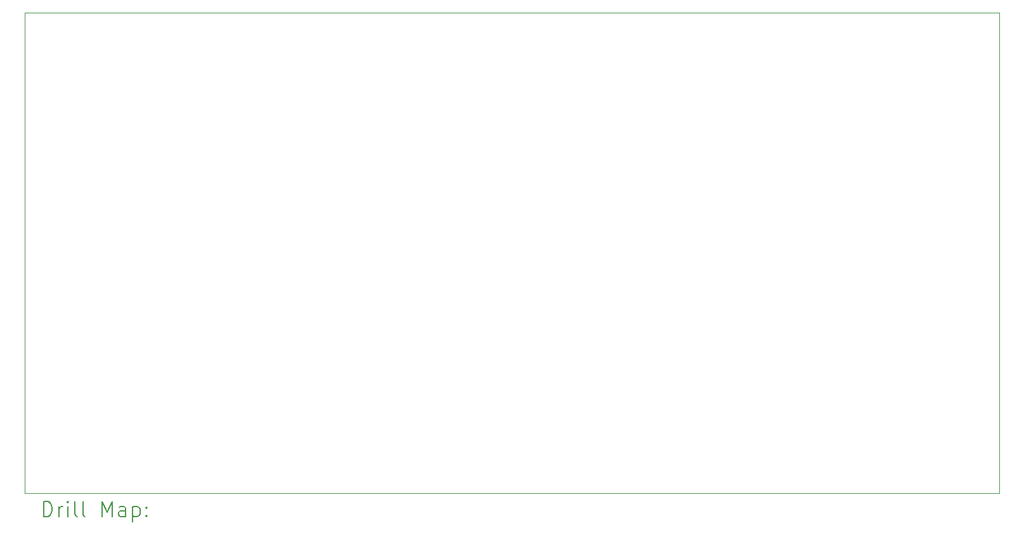
<source format=gbr>
%FSLAX45Y45*%
G04 Gerber Fmt 4.5, Leading zero omitted, Abs format (unit mm)*
G04 Created by KiCad (PCBNEW (6.0.0)) date 2022-01-09 16:02:59*
%MOMM*%
%LPD*%
G01*
G04 APERTURE LIST*
%TA.AperFunction,Profile*%
%ADD10C,0.050000*%
%TD*%
%ADD11C,0.200000*%
G04 APERTURE END LIST*
D10*
X9207500Y-13398500D02*
X9207500Y-6985000D01*
X9207500Y-6985000D02*
X22225000Y-6985000D01*
X9207500Y-13398500D02*
X22225000Y-13398500D01*
X22225000Y-6985000D02*
X22225000Y-13398500D01*
D11*
X9462619Y-13711476D02*
X9462619Y-13511476D01*
X9510238Y-13511476D01*
X9538810Y-13521000D01*
X9557857Y-13540048D01*
X9567381Y-13559095D01*
X9576905Y-13597190D01*
X9576905Y-13625762D01*
X9567381Y-13663857D01*
X9557857Y-13682905D01*
X9538810Y-13701952D01*
X9510238Y-13711476D01*
X9462619Y-13711476D01*
X9662619Y-13711476D02*
X9662619Y-13578143D01*
X9662619Y-13616238D02*
X9672143Y-13597190D01*
X9681667Y-13587667D01*
X9700714Y-13578143D01*
X9719762Y-13578143D01*
X9786429Y-13711476D02*
X9786429Y-13578143D01*
X9786429Y-13511476D02*
X9776905Y-13521000D01*
X9786429Y-13530524D01*
X9795952Y-13521000D01*
X9786429Y-13511476D01*
X9786429Y-13530524D01*
X9910238Y-13711476D02*
X9891190Y-13701952D01*
X9881667Y-13682905D01*
X9881667Y-13511476D01*
X10015000Y-13711476D02*
X9995952Y-13701952D01*
X9986429Y-13682905D01*
X9986429Y-13511476D01*
X10243571Y-13711476D02*
X10243571Y-13511476D01*
X10310238Y-13654333D01*
X10376905Y-13511476D01*
X10376905Y-13711476D01*
X10557857Y-13711476D02*
X10557857Y-13606714D01*
X10548333Y-13587667D01*
X10529286Y-13578143D01*
X10491190Y-13578143D01*
X10472143Y-13587667D01*
X10557857Y-13701952D02*
X10538810Y-13711476D01*
X10491190Y-13711476D01*
X10472143Y-13701952D01*
X10462619Y-13682905D01*
X10462619Y-13663857D01*
X10472143Y-13644809D01*
X10491190Y-13635286D01*
X10538810Y-13635286D01*
X10557857Y-13625762D01*
X10653095Y-13578143D02*
X10653095Y-13778143D01*
X10653095Y-13587667D02*
X10672143Y-13578143D01*
X10710238Y-13578143D01*
X10729286Y-13587667D01*
X10738810Y-13597190D01*
X10748333Y-13616238D01*
X10748333Y-13673381D01*
X10738810Y-13692428D01*
X10729286Y-13701952D01*
X10710238Y-13711476D01*
X10672143Y-13711476D01*
X10653095Y-13701952D01*
X10834048Y-13692428D02*
X10843571Y-13701952D01*
X10834048Y-13711476D01*
X10824524Y-13701952D01*
X10834048Y-13692428D01*
X10834048Y-13711476D01*
X10834048Y-13587667D02*
X10843571Y-13597190D01*
X10834048Y-13606714D01*
X10824524Y-13597190D01*
X10834048Y-13587667D01*
X10834048Y-13606714D01*
M02*

</source>
